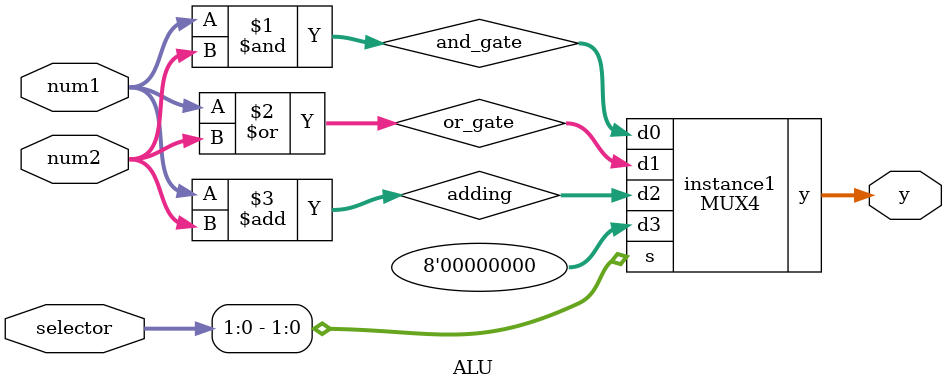
<source format=v>
/*
modules for ALU and associated hardware including some standard logic.
*/

module MUX2
(
    input [7:0] a,
    input [7:0] b,
    input s,
    output [7:0] y
);
assign y = s ? a : b;
endmodule

module MUX4
(
    input [7:0] d0,
    input [7:0] d1,
    input [7:0] d2,
    input [7:0] d3,
    input [1:0] s,
    output [7:0] y
);

wire [7:0] y0;
wire [7:0] y1;

MUX2 first_ins(d0, d1, s[0], y0); 
MUX2 second_ins(d2, d3, s[0], y1);
MUX2 select_y(y0,y1,s[1],y);

endmodule

module ALU
(
    input [7:0] num1,
    input [7:0] num2,
    input [2:0] selector,
    output [7:0] y
);

wire [7:0] and_gate;
wire [7:0] or_gate;
wire [7:0] adding; 

assign and_gate = num1 & num2;
assign or_gate = num1 | num2;
assign adding = num1 + num2;

MUX4 instance1 (and_gate, or_gate, adding, 8'h00, selector[1:0], y);

endmodule
</source>
